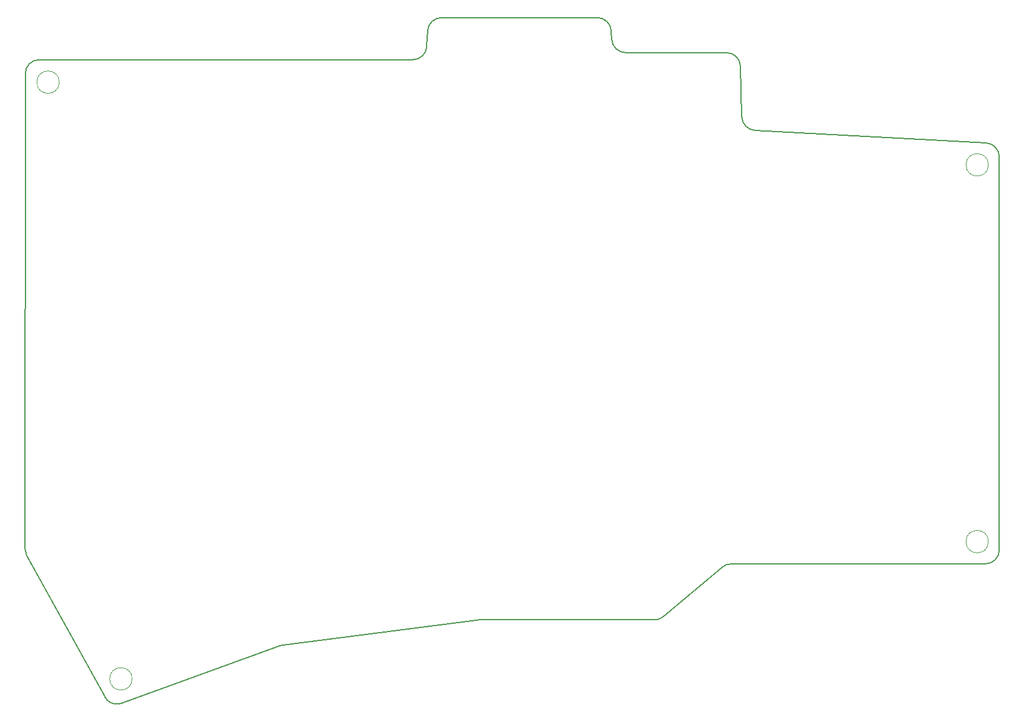
<source format=gbr>
%TF.GenerationSoftware,KiCad,Pcbnew,8.0.4*%
%TF.CreationDate,2024-08-22T13:25:10+01:00*%
%TF.ProjectId,right (v2 backup),72696768-7420-4287-9632-206261636b75,v1.0.0*%
%TF.SameCoordinates,Original*%
%TF.FileFunction,Profile,NP*%
%FSLAX46Y46*%
G04 Gerber Fmt 4.6, Leading zero omitted, Abs format (unit mm)*
G04 Created by KiCad (PCBNEW 8.0.4) date 2024-08-22 13:25:10*
%MOMM*%
%LPD*%
G01*
G04 APERTURE LIST*
%TA.AperFunction,Profile*%
%ADD10C,0.050000*%
%TD*%
%TA.AperFunction,Profile*%
%ADD11C,0.150000*%
%TD*%
G04 APERTURE END LIST*
D10*
X397000000Y-38000000D02*
G75*
G02*
X393800000Y-38000000I-1600000J0D01*
G01*
X393800000Y-38000000D02*
G75*
G02*
X397000000Y-38000000I1600000J0D01*
G01*
X397000000Y-91800000D02*
G75*
G02*
X393800000Y-91800000I-1600000J0D01*
G01*
X393800000Y-91800000D02*
G75*
G02*
X397000000Y-91800000I1600000J0D01*
G01*
X274800000Y-111400000D02*
G75*
G02*
X271600000Y-111400000I-1600000J0D01*
G01*
X271600000Y-111400000D02*
G75*
G02*
X274800000Y-111400000I1600000J0D01*
G01*
X264400000Y-26200000D02*
G75*
G02*
X261200000Y-26200000I-1600000J0D01*
G01*
X261200000Y-26200000D02*
G75*
G02*
X264400000Y-26200000I1600000J0D01*
G01*
D11*
X398565179Y-92980609D02*
X398565178Y-36874585D01*
X396674009Y-34877547D02*
X363705361Y-33080889D01*
X361814936Y-31138379D02*
X361618235Y-23926083D01*
X359618979Y-21980608D02*
X345248775Y-21980608D01*
X343252365Y-20100394D02*
X343177992Y-18860824D01*
X341181581Y-16980609D02*
X318967677Y-16980609D01*
X316970172Y-18880734D02*
X316860185Y-21080482D01*
X314862679Y-22980608D02*
X261563383Y-22980607D01*
X259563382Y-24978814D02*
X259502521Y-92801935D01*
X259751030Y-93769278D02*
X270890765Y-113976640D01*
X273326296Y-114890479D02*
X295941127Y-106659355D01*
X296369158Y-106555192D02*
X323937701Y-102997062D01*
X324193710Y-102980609D02*
X349335241Y-102980608D01*
X350623514Y-102510431D02*
X359006842Y-95450786D01*
X360295114Y-94980609D02*
X396565179Y-94980608D01*
X396674009Y-34877547D02*
G75*
G02*
X398565178Y-36874585I-108832J-1997038D01*
G01*
X363705360Y-33080891D02*
G75*
G02*
X361814934Y-31138379I108831J1997037D01*
G01*
X359618980Y-21980609D02*
G75*
G02*
X361618238Y-23926083I1J-2000000D01*
G01*
X345248775Y-21980608D02*
G75*
G02*
X343252364Y-20100394I0J2000001D01*
G01*
X341181581Y-16980609D02*
G75*
G02*
X343177992Y-18860824I1J-2000000D01*
G01*
X316970171Y-18880735D02*
G75*
G02*
X318967677Y-16980610I1997503J-99873D01*
G01*
X316860186Y-21080483D02*
G75*
G02*
X314862679Y-22980609I-1997506J99875D01*
G01*
X259563382Y-24978814D02*
G75*
G02*
X261563383Y-22980605I2000002J-1794D01*
G01*
X259751030Y-93769278D02*
G75*
G02*
X259502521Y-92801935I1751490J965548D01*
G01*
X273326295Y-114890479D02*
G75*
G02*
X270890765Y-113976641I-684040J1879384D01*
G01*
X295941127Y-106659355D02*
G75*
G02*
X296369158Y-106555193I684038J-1879383D01*
G01*
X323937702Y-102997061D02*
G75*
G02*
X324193710Y-102980608I256007J-1983548D01*
G01*
X350623513Y-102510431D02*
G75*
G02*
X349335241Y-102980608I-1288270J1529823D01*
G01*
X359006842Y-95450785D02*
G75*
G02*
X360295114Y-94980607I1288273J-1529824D01*
G01*
X398565179Y-92980609D02*
G75*
G02*
X396565179Y-94980610I-2000001J0D01*
G01*
M02*

</source>
